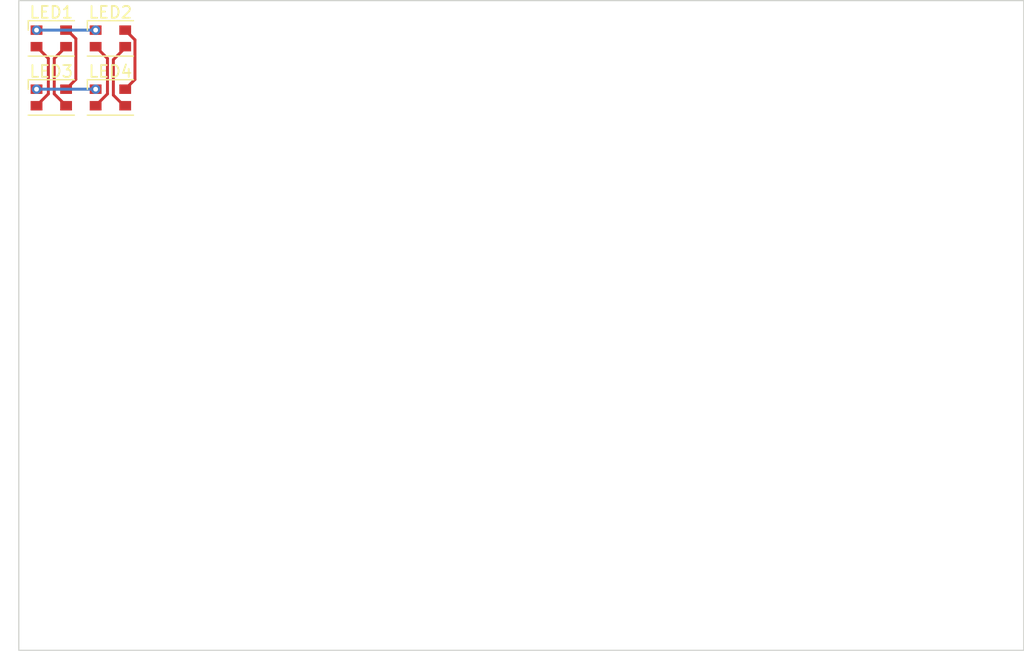
<source format=kicad_pcb>
(kicad_pcb (version 20221018) (generator pcbnew)
  (layers (0 "F.Cu" signal) (31 "B.Cu" signal) (34 "B.Paste" user) (35 "F.Paste" user) (36 "B.SilkS" user "B.Silkscreen") (37 "F.SilkS" user "F.Silkscreen") (38 "B.Mask" user) (39 "F.Mask" user) (44 "Edge.Cuts" user))
  (net 0 "")
  (net 1 "Net-(LED1-ANODE)")
  (net 2 "Net-(LED1-R)")
  (net 3 "Net-(LED1-G)")
  (net 4 "Net-(LED1-B)")
  (net 5 "Net-(LED2-R)")
  (net 6 "Net-(LED2-G)")
  (net 7 "Net-(LED2-B)")
  (net 8 "Net-(LED3-ANODE)")
  (footprint "Footprints:LED_Cree-PLCC4_3.2x2.8mm_CCW" (layer "F.Cu") (at 108.25 64.7)
    (fp_text reference "LED2" (at 0 -2.2) (layer "F.SilkS"))
    (fp_text value "Tri-LED_CA")
    (fp_line (start -1.95 -1.5) (end 1.95 -1.5) (stroke (width 0.12)) (layer "F.SilkS"))
    (fp_line (start -1.95 -0.7) (end -1.95 -1.5) (stroke (width 0.12)) (layer "F.SilkS"))
    (fp_line (start -1.95 1.5) (end 1.95 1.5) (stroke (width 0.12)) (layer "F.SilkS"))
    (pad "1" smd rect (at -1.25 -0.7) (size 1 0.8) (layers "F.Cu" "F.Paste" "F.Mask") (net 1 "Net-(LED1-ANODE)"))
    (pad "2" smd rect (at -1.25 0.7) (size 1 0.8) (layers "F.Cu" "F.Paste" "F.Mask") (net 5 "Net-(LED2-R)"))
    (pad "3" smd rect (at 1.25 0.7) (size 1 0.8) (layers "F.Cu" "F.Paste" "F.Mask") (net 6 "Net-(LED2-G)"))
    (pad "4" smd rect (at 1.25 -0.7) (size 1 0.8) (layers "F.Cu" "F.Paste" "F.Mask") (net 7 "Net-(LED2-B)"))
  )
  (footprint "Footprints:LED_Cree-PLCC4_3.2x2.8mm_CCW" (layer "F.Cu") (at 103.25 64.7)
    (fp_text reference "LED1" (at 0 -2.2) (layer "F.SilkS"))
    (fp_text value "Tri-LED_CA")
    (fp_line (start -1.95 -1.5) (end 1.95 -1.5) (stroke (width 0.12)) (layer "F.SilkS"))
    (fp_line (start -1.95 -0.7) (end -1.95 -1.5) (stroke (width 0.12)) (layer "F.SilkS"))
    (fp_line (start -1.95 1.5) (end 1.95 1.5) (stroke (width 0.12)) (layer "F.SilkS"))
    (pad "1" smd rect (at -1.25 -0.7) (size 1 0.8) (layers "F.Cu" "F.Paste" "F.Mask") (net 1 "Net-(LED1-ANODE)"))
    (pad "2" smd rect (at -1.25 0.7) (size 1 0.8) (layers "F.Cu" "F.Paste" "F.Mask") (net 2 "Net-(LED1-R)"))
    (pad "3" smd rect (at 1.25 0.7) (size 1 0.8) (layers "F.Cu" "F.Paste" "F.Mask") (net 3 "Net-(LED1-G)"))
    (pad "4" smd rect (at 1.25 -0.7) (size 1 0.8) (layers "F.Cu" "F.Paste" "F.Mask") (net 4 "Net-(LED1-B)"))
  )
  (footprint "Footprints:LED_Cree-PLCC4_3.2x2.8mm_CCW" (layer "F.Cu") (at 103.25 69.7)
    (fp_text reference "LED3" (at 0 -2.2) (layer "F.SilkS"))
    (fp_text value "Tri-LED_CA")
    (fp_line (start -1.95 -1.5) (end 1.95 -1.5) (stroke (width 0.12)) (layer "F.SilkS"))
    (fp_line (start -1.95 -0.7) (end -1.95 -1.5) (stroke (width 0.12)) (layer "F.SilkS"))
    (fp_line (start -1.95 1.5) (end 1.95 1.5) (stroke (width 0.12)) (layer "F.SilkS"))
    (pad "1" smd rect (at -1.25 -0.7) (size 1 0.8) (layers "F.Cu" "F.Paste" "F.Mask") (net 8 "Net-(LED3-ANODE)"))
    (pad "2" smd rect (at -1.25 0.7) (size 1 0.8) (layers "F.Cu" "F.Paste" "F.Mask") (net 2 "Net-(LED1-R)"))
    (pad "3" smd rect (at 1.25 0.7) (size 1 0.8) (layers "F.Cu" "F.Paste" "F.Mask") (net 3 "Net-(LED1-G)"))
    (pad "4" smd rect (at 1.25 -0.7) (size 1 0.8) (layers "F.Cu" "F.Paste" "F.Mask") (net 4 "Net-(LED1-B)"))
  )
  (footprint "Footprints:LED_Cree-PLCC4_3.2x2.8mm_CCW" (layer "F.Cu") (at 108.25 69.7)
    (fp_text reference "LED4" (at 0 -2.2) (layer "F.SilkS"))
    (fp_text value "Tri-LED_CA")
    (fp_line (start -1.95 -1.5) (end 1.95 -1.5) (stroke (width 0.12)) (layer "F.SilkS"))
    (fp_line (start -1.95 -0.7) (end -1.95 -1.5) (stroke (width 0.12)) (layer "F.SilkS"))
    (fp_line (start -1.95 1.5) (end 1.95 1.5) (stroke (width 0.12)) (layer "F.SilkS"))
    (pad "1" smd rect (at -1.25 -0.7) (size 1 0.8) (layers "F.Cu" "F.Paste" "F.Mask") (net 8 "Net-(LED3-ANODE)"))
    (pad "2" smd rect (at -1.25 0.7) (size 1 0.8) (layers "F.Cu" "F.Paste" "F.Mask") (net 5 "Net-(LED2-R)"))
    (pad "3" smd rect (at 1.25 0.7) (size 1 0.8) (layers "F.Cu" "F.Paste" "F.Mask") (net 6 "Net-(LED2-G)"))
    (pad "4" smd rect (at 1.25 -0.7) (size 1 0.8) (layers "F.Cu" "F.Paste" "F.Mask") (net 7 "Net-(LED2-B)"))
  )
  (gr_rect (start 100.5 61.5) (end 185.5 116.5) (stroke (width 0.1)) (fill none) (layer "Edge.Cuts"))
  (via (at 107 64) (size 0.8) (drill 0.4) (layers "F.Cu" "B.Cu") (net 1))
  (via (at 102 64) (size 0.8) (drill 0.4) (layers "F.Cu" "B.Cu") (net 1))
  (segment (start 107 64) (end 102 64) (width 0.25) (layer "B.Cu") (net 1))
  (segment (start 103 66.4) (end 103 69.4) (width 0.25) (layer "F.Cu") (net 2))
  (segment (start 103 69.4) (end 102 70.4) (width 0.25) (layer "F.Cu") (net 2))
  (segment (start 102 65.4) (end 103 66.4) (width 0.25) (layer "F.Cu") (net 2))
  (segment (start 104.5 65.4) (end 103.5 66.4) (width 0.25) (layer "F.Cu") (net 3))
  (segment (start 103.5 66.4) (end 103.5 69.4) (width 0.25) (layer "F.Cu") (net 3))
  (segment (start 103.5 69.4) (end 104.5 70.4) (width 0.25) (layer "F.Cu") (net 3))
  (segment (start 105.325 64.725) (end 105.325 68.175) (width 0.25) (layer "F.Cu") (net 4))
  (segment (start 105.325 68.175) (end 104.5 69) (width 0.25) (layer "F.Cu") (net 4))
  (segment (start 104.6 64) (end 105.325 64.725) (width 0.25) (layer "F.Cu") (net 4))
  (segment (start 104.5 64) (end 104.6 64) (width 0.25) (layer "F.Cu") (net 4))
  (segment (start 108 69.4) (end 107 70.4) (width 0.25) (layer "F.Cu") (net 5))
  (segment (start 108 66.4) (end 108 69.4) (width 0.25) (layer "F.Cu") (net 5))
  (segment (start 107 65.4) (end 108 66.4) (width 0.25) (layer "F.Cu") (net 5))
  (segment (start 108.5 69.5) (end 109.4 70.4) (width 0.25) (layer "F.Cu") (net 6))
  (segment (start 109.4 70.4) (end 109.5 70.4) (width 0.25) (layer "F.Cu") (net 6))
  (segment (start 108.5 66.5) (end 108.5 69.5) (width 0.25) (layer "F.Cu") (net 6))
  (segment (start 109.5 65.4) (end 109.5 65.5) (width 0.25) (layer "F.Cu") (net 6))
  (segment (start 109.5 65.5) (end 108.5 66.5) (width 0.25) (layer "F.Cu") (net 6))
  (segment (start 109.5 64) (end 110.325 64.825) (width 0.25) (layer "F.Cu") (net 7))
  (segment (start 110.325 68.175) (end 109.5 69) (width 0.25) (layer "F.Cu") (net 7))
  (segment (start 110.325 64.825) (end 110.325 68.175) (width 0.25) (layer "F.Cu") (net 7))
  (via (at 107 69) (size 0.8) (drill 0.4) (layers "F.Cu" "B.Cu") (net 8))
  (via (at 102 69) (size 0.8) (drill 0.4) (layers "F.Cu" "B.Cu") (net 8))
  (segment (start 107 69) (end 102 69) (width 0.25) (layer "B.Cu") (net 8))
)
</source>
